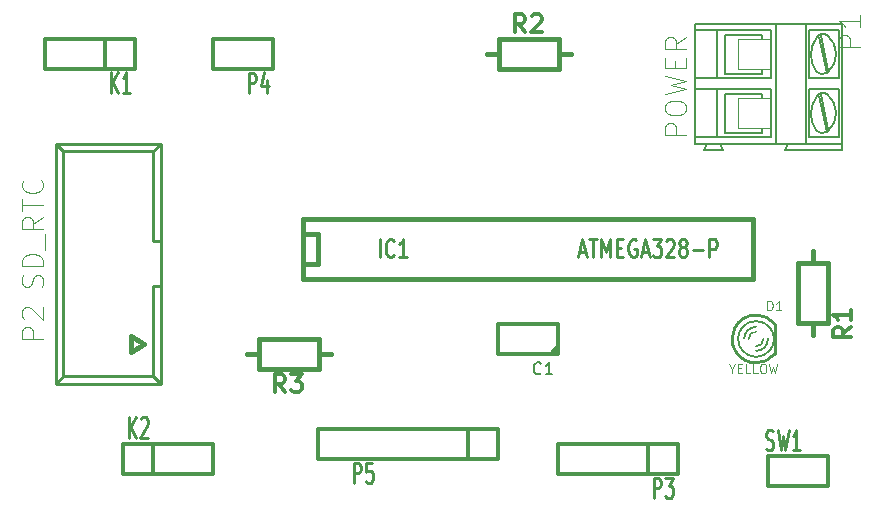
<source format=gto>
%FSLAX46Y46*%
G04 Gerber Fmt 4.6, Leading zero omitted, Abs format (unit mm)*
G04 Created by KiCad (PCBNEW (2014-07-02 BZR 4969)-product) date sáb 05 jul 2014 16:40:05 ART*
%MOMM*%
G01*
G04 APERTURE LIST*
%ADD10C,0.100000*%
%ADD11C,0.304800*%
%ADD12C,0.254000*%
%ADD13C,0.152400*%
%ADD14C,0.381000*%
%ADD15C,0.066040*%
%ADD16C,0.406400*%
%ADD17C,0.203200*%
%ADD18C,0.088900*%
%ADD19C,0.285750*%
%ADD20C,0.269240*%
%ADD21C,0.271780*%
G04 APERTURE END LIST*
D10*
D11*
X149809199Y-133349999D02*
X144779999Y-133349999D01*
X144779999Y-133349999D02*
X144779999Y-130809999D01*
X144779999Y-130809999D02*
X149859999Y-130809999D01*
X149859999Y-130809999D02*
X149859999Y-133349999D01*
X149859999Y-132714999D02*
X149224999Y-133349999D01*
D12*
X168198799Y-133349999D02*
X168198799Y-130809999D01*
D13*
X165453135Y-131104472D02*
G75*
G03X165099999Y-132079999I1170864J-975527D01*
G74*
G01*
X165101888Y-132080468D02*
G75*
G03X165486079Y-133090919I1522111J469D01*
G74*
G01*
X168146146Y-132079965D02*
G75*
G03X167779699Y-131089399I-1522147J-34D01*
G74*
G01*
X167794863Y-133055526D02*
G75*
G03X168147999Y-132079999I-1170864J975527D01*
G74*
G01*
X167863165Y-131192844D02*
G75*
G03X166623999Y-130555999I-1239166J-887155D01*
G74*
G01*
X166623198Y-130555999D02*
G75*
G03X165404799Y-131165599I801J-1524000D01*
G74*
G01*
X166624441Y-133602205D02*
G75*
G03X167825419Y-133014719I-442J1522206D01*
G74*
G01*
X165421435Y-133016170D02*
G75*
G03X166623999Y-133603999I1202564J936171D01*
G74*
G01*
X166623999Y-131444999D02*
G75*
G03X165988999Y-132079999I0J-635000D01*
G74*
G01*
X166623999Y-131063999D02*
G75*
G03X165607999Y-132079999I0J-1016000D01*
G74*
G01*
X166623999Y-132714999D02*
G75*
G03X167258999Y-132079999I0J635000D01*
G74*
G01*
X166623999Y-133095999D02*
G75*
G03X167639999Y-132079999I0J1016000D01*
G74*
G01*
D12*
X168182879Y-130776573D02*
G75*
G03X166623999Y-130047999I-1558880J-1303426D01*
G74*
G01*
X166623024Y-130050539D02*
G75*
G03X164833299Y-131124959I975J-2029460D01*
G74*
G01*
X166626551Y-134109385D02*
G75*
G03X168173399Y-133390639I-2552J2029386D01*
G74*
G01*
X164860700Y-133089850D02*
G75*
G03X166623999Y-134111999I1763299J1009851D01*
G74*
G01*
X164834869Y-131116652D02*
G75*
G03X164591999Y-132079999I1789130J-963347D01*
G74*
G01*
X164593076Y-132080099D02*
G75*
G03X164894259Y-133144259I2030923J100D01*
G74*
G01*
D14*
X128269999Y-121919999D02*
X166369999Y-121919999D01*
X166369999Y-121919999D02*
X166369999Y-126999999D01*
X166369999Y-126999999D02*
X128269999Y-126999999D01*
X128269999Y-126999999D02*
X128269999Y-121919999D01*
X128269999Y-123189999D02*
X129539999Y-123189999D01*
X129539999Y-123189999D02*
X129539999Y-125729999D01*
X129539999Y-125729999D02*
X128269999Y-125729999D01*
D11*
X114045999Y-106679999D02*
X114045999Y-109219999D01*
X114045999Y-109219999D02*
X106425999Y-109219999D01*
X106425999Y-109219999D02*
X106425999Y-106679999D01*
X106425999Y-106679999D02*
X114045999Y-106679999D01*
X111505999Y-109219999D02*
X111505999Y-106679999D01*
X113029999Y-143509999D02*
X113029999Y-140969999D01*
X113029999Y-140969999D02*
X120649999Y-140969999D01*
X120649999Y-140969999D02*
X120649999Y-143509999D01*
X120649999Y-143509999D02*
X113029999Y-143509999D01*
X115569999Y-140969999D02*
X115569999Y-143509999D01*
D15*
X165099999Y-106705399D02*
X165099999Y-109245399D01*
X165099999Y-109245399D02*
X167893999Y-109245399D01*
X167893999Y-106705399D02*
X167893999Y-109245399D01*
X165099999Y-106705399D02*
X167893999Y-106705399D01*
X165099999Y-111709199D02*
X165099999Y-114249199D01*
X165099999Y-114249199D02*
X167893999Y-114249199D01*
X167893999Y-111709199D02*
X167893999Y-114249199D01*
X165099999Y-111709199D02*
X167893999Y-111709199D01*
D13*
X173862999Y-115569999D02*
X170814999Y-115569999D01*
X173862999Y-115569999D02*
X173862999Y-105409999D01*
X173862999Y-115569999D02*
X173862999Y-116077999D01*
X173862999Y-116077999D02*
X169036999Y-116077999D01*
X169036999Y-116077999D02*
X169290999Y-115569999D01*
X162178999Y-116077999D02*
X162432999Y-115569999D01*
X162432999Y-115569999D02*
X161416999Y-115569999D01*
X163829999Y-116077999D02*
X163575999Y-115569999D01*
X163575999Y-115569999D02*
X162432999Y-115569999D01*
X163829999Y-116077999D02*
X162178999Y-116077999D01*
X161416999Y-110947199D02*
X163321999Y-110947199D01*
X167893999Y-115011199D02*
X163321999Y-115011199D01*
X161416999Y-110947199D02*
X161416999Y-115011199D01*
X161416999Y-115011199D02*
X161416999Y-115569999D01*
X161416999Y-110007399D02*
X163321999Y-110007399D01*
X161416999Y-110007399D02*
X161416999Y-110947199D01*
X167893999Y-105943399D02*
X163321999Y-105943399D01*
X161416999Y-105409999D02*
X161416999Y-105943399D01*
X161416999Y-105943399D02*
X161416999Y-110007399D01*
X163321999Y-110947199D02*
X163321999Y-115011199D01*
X163321999Y-110947199D02*
X167893999Y-110947199D01*
X163321999Y-115011199D02*
X161416999Y-115011199D01*
X163321999Y-110007399D02*
X163321999Y-105943399D01*
X163321999Y-110007399D02*
X167893999Y-110007399D01*
X163321999Y-105943399D02*
X161416999Y-105943399D01*
X163956999Y-114630199D02*
X167131999Y-114630199D01*
X163956999Y-114630199D02*
X163956999Y-111328199D01*
X163956999Y-111328199D02*
X167131999Y-111328199D01*
X163956999Y-109626399D02*
X167131999Y-109626399D01*
X163956999Y-109626399D02*
X163956999Y-106324399D01*
X163956999Y-106324399D02*
X167131999Y-106324399D01*
X167131999Y-106324399D02*
X167131999Y-106705399D01*
X167131999Y-109626399D02*
X167131999Y-109245399D01*
X167131999Y-111328199D02*
X167131999Y-111709199D01*
X167131999Y-114630199D02*
X167131999Y-114249199D01*
X161416999Y-105409999D02*
X168274999Y-105409999D01*
X168274999Y-105409999D02*
X170814999Y-105409999D01*
X169290999Y-115569999D02*
X168274999Y-115569999D01*
X168274999Y-115569999D02*
X163575999Y-115569999D01*
X170814999Y-105409999D02*
X170814999Y-115569999D01*
X170814999Y-105409999D02*
X173862999Y-105409999D01*
X170814999Y-115569999D02*
X169290999Y-115569999D01*
X171068999Y-110947199D02*
X173608999Y-110947199D01*
X173608999Y-110947199D02*
X173608999Y-115011199D01*
X173608999Y-115011199D02*
X171068999Y-115011199D01*
X171068999Y-115011199D02*
X171068999Y-110947199D01*
X171068999Y-110007399D02*
X173608999Y-110007399D01*
X171068999Y-110007399D02*
X171068999Y-105943399D01*
X171068999Y-105943399D02*
X173608999Y-105943399D01*
X173608999Y-110007399D02*
X173608999Y-105943399D01*
X172084999Y-111353599D02*
X172719999Y-114401599D01*
X171957999Y-111480599D02*
X172592999Y-114528599D01*
X172084999Y-106349799D02*
X172719999Y-109400339D01*
X171957999Y-106476799D02*
X172592999Y-109524799D01*
X167893999Y-105943399D02*
X167893999Y-106324399D01*
X167893999Y-110007399D02*
X167893999Y-109626399D01*
X167893999Y-109626399D02*
X167893999Y-106324399D01*
X168274999Y-105409999D02*
X168274999Y-106324399D01*
X168274999Y-106324399D02*
X168274999Y-109626399D01*
X168274999Y-109626399D02*
X168274999Y-111328199D01*
X168274999Y-115569999D02*
X168274999Y-114630199D01*
X168274999Y-114630199D02*
X168274999Y-111328199D01*
X167893999Y-115011199D02*
X167893999Y-114630199D01*
X167893999Y-110947199D02*
X167893999Y-111328199D01*
X167893999Y-111328199D02*
X167893999Y-114630199D01*
X171725429Y-114447971D02*
G75*
G03X172692059Y-114500659I509430J452772D01*
G74*
G01*
X171805103Y-111505271D02*
G75*
G03X171757339Y-114493039I1905496J-1524728D01*
G74*
G01*
X172696843Y-114504410D02*
G75*
G03X172643799Y-111353599I-1348444J1553151D01*
G74*
G01*
X172693480Y-111404902D02*
G75*
G03X171767499Y-111546639I-407821J-431297D01*
G74*
G01*
X171722889Y-109444148D02*
G75*
G03X172692059Y-109499399I511970J452749D01*
G74*
G01*
X171805103Y-106504011D02*
G75*
G03X171757339Y-109491779I1905496J-1524728D01*
G74*
G01*
X172701846Y-109506572D02*
G75*
G03X172643799Y-106349799I-1353447J1554033D01*
G74*
G01*
X172691018Y-106400479D02*
G75*
G03X171767499Y-106545379I-405359J-431920D01*
G74*
G01*
D12*
X107949999Y-135254999D02*
X107314999Y-135889999D01*
X115569999Y-135254999D02*
X116204999Y-135889999D01*
X115569999Y-116204999D02*
X116204999Y-115569999D01*
X107949999Y-116204999D02*
X107314999Y-115569999D01*
X116204999Y-123824999D02*
X115569999Y-123824999D01*
X115569999Y-123824999D02*
X115569999Y-116204999D01*
X115569999Y-116204999D02*
X107949999Y-116204999D01*
X107949999Y-116204999D02*
X107949999Y-135254999D01*
X107949999Y-135254999D02*
X115569999Y-135254999D01*
X115569999Y-135254999D02*
X115569999Y-127634999D01*
X115569999Y-127634999D02*
X116204999Y-127634999D01*
X116204999Y-135889999D02*
X116204999Y-115569999D01*
X107314999Y-115569999D02*
X107314999Y-135889999D01*
X107314999Y-135889999D02*
X116204999Y-135889999D01*
X107314999Y-115569999D02*
X116204999Y-115569999D01*
D16*
X113728499Y-133228079D02*
X114797839Y-132529579D01*
X114797839Y-132529579D02*
X113728499Y-131828539D01*
X113728499Y-131828539D02*
X113728499Y-133228079D01*
D11*
X160019999Y-143509999D02*
X160019999Y-143509999D01*
X160019999Y-140969999D02*
X160019999Y-143509999D01*
X160019999Y-143509999D02*
X160019999Y-143509999D01*
X160019999Y-143509999D02*
X149859999Y-143509999D01*
X149859999Y-143509999D02*
X149859999Y-140969999D01*
X149859999Y-140969999D02*
X160019999Y-140969999D01*
X157479999Y-140969999D02*
X157479999Y-143509999D01*
X125729999Y-106679999D02*
X125729999Y-109219999D01*
X125729999Y-109219999D02*
X120649999Y-109219999D01*
X120649999Y-109219999D02*
X120649999Y-106679999D01*
X120649999Y-106679999D02*
X125729999Y-106679999D01*
X144779999Y-139699999D02*
X144779999Y-142239999D01*
X144779999Y-142239999D02*
X129539999Y-142239999D01*
X129539999Y-142239999D02*
X129539999Y-139699999D01*
X129539999Y-139699999D02*
X144779999Y-139699999D01*
X142239999Y-139699999D02*
X142239999Y-142239999D01*
D14*
X171449999Y-130731259D02*
X171449999Y-131747259D01*
X171449999Y-125651259D02*
X171449999Y-124635259D01*
X170179999Y-130731259D02*
X170179999Y-125651259D01*
X170179999Y-125651259D02*
X172719999Y-125651259D01*
X172719999Y-125651259D02*
X172719999Y-130731259D01*
X172719999Y-130731259D02*
X170179999Y-130731259D01*
X144858739Y-107949999D02*
X143842739Y-107949999D01*
X149938739Y-107949999D02*
X150954739Y-107949999D01*
X144858739Y-106679999D02*
X149938739Y-106679999D01*
X149938739Y-106679999D02*
X149938739Y-109219999D01*
X149938739Y-109219999D02*
X144858739Y-109219999D01*
X144858739Y-109219999D02*
X144858739Y-106679999D01*
X124538739Y-133349999D02*
X123522739Y-133349999D01*
X129618739Y-133349999D02*
X130634739Y-133349999D01*
X124538739Y-132079999D02*
X129618739Y-132079999D01*
X129618739Y-132079999D02*
X129618739Y-134619999D01*
X129618739Y-134619999D02*
X124538739Y-134619999D01*
X124538739Y-134619999D02*
X124538739Y-132079999D01*
D11*
X167639999Y-144525999D02*
X167639999Y-141985999D01*
X167639999Y-141985999D02*
X172719999Y-141985999D01*
X172719999Y-141985999D02*
X172719999Y-144525999D01*
X172719999Y-144525999D02*
X167639999Y-144525999D01*
D17*
X148420666Y-134982856D02*
X148372285Y-135031237D01*
X148227142Y-135079618D01*
X148130380Y-135079618D01*
X147985238Y-135031237D01*
X147888476Y-134934475D01*
X147840095Y-134837713D01*
X147791714Y-134644189D01*
X147791714Y-134499047D01*
X147840095Y-134305523D01*
X147888476Y-134208761D01*
X147985238Y-134111999D01*
X148130380Y-134063618D01*
X148227142Y-134063618D01*
X148372285Y-134111999D01*
X148420666Y-134160380D01*
X149388285Y-135079618D02*
X148807714Y-135079618D01*
X149098000Y-135079618D02*
X149098000Y-134063618D01*
X149001238Y-134208761D01*
X148904476Y-134305523D01*
X148807714Y-134353904D01*
D18*
X167585571Y-129630713D02*
X167585571Y-128868713D01*
X167766999Y-128868713D01*
X167875856Y-128904999D01*
X167948428Y-128977570D01*
X167984713Y-129050142D01*
X168020999Y-129195285D01*
X168020999Y-129304142D01*
X167984713Y-129449285D01*
X167948428Y-129521856D01*
X167875856Y-129594428D01*
X167766999Y-129630713D01*
X167585571Y-129630713D01*
X168746713Y-129630713D02*
X168311285Y-129630713D01*
X168528999Y-129630713D02*
X168528999Y-128868713D01*
X168456428Y-128977570D01*
X168383856Y-129050142D01*
X168311285Y-129086428D01*
X164573856Y-134601856D02*
X164573856Y-134964713D01*
X164319856Y-134202713D02*
X164573856Y-134601856D01*
X164827856Y-134202713D01*
X165081857Y-134565570D02*
X165335857Y-134565570D01*
X165444714Y-134964713D02*
X165081857Y-134964713D01*
X165081857Y-134202713D01*
X165444714Y-134202713D01*
X166134143Y-134964713D02*
X165771286Y-134964713D01*
X165771286Y-134202713D01*
X166751000Y-134964713D02*
X166388143Y-134964713D01*
X166388143Y-134202713D01*
X167150142Y-134202713D02*
X167295285Y-134202713D01*
X167367857Y-134238999D01*
X167440428Y-134311570D01*
X167476714Y-134456713D01*
X167476714Y-134710713D01*
X167440428Y-134855856D01*
X167367857Y-134928428D01*
X167295285Y-134964713D01*
X167150142Y-134964713D01*
X167077571Y-134928428D01*
X167005000Y-134855856D01*
X166968714Y-134710713D01*
X166968714Y-134456713D01*
X167005000Y-134311570D01*
X167077571Y-134238999D01*
X167150142Y-134202713D01*
X167730714Y-134202713D02*
X167912143Y-134964713D01*
X168057286Y-134420428D01*
X168202428Y-134964713D01*
X168383857Y-134202713D01*
D19*
X134774214Y-125149428D02*
X134774214Y-123625428D01*
X135971643Y-125004285D02*
X135917214Y-125076856D01*
X135753928Y-125149428D01*
X135645071Y-125149428D01*
X135481786Y-125076856D01*
X135372928Y-124931713D01*
X135318500Y-124786570D01*
X135264071Y-124496285D01*
X135264071Y-124278570D01*
X135318500Y-123988285D01*
X135372928Y-123843142D01*
X135481786Y-123697999D01*
X135645071Y-123625428D01*
X135753928Y-123625428D01*
X135917214Y-123697999D01*
X135971643Y-123770570D01*
X137060214Y-125149428D02*
X136407071Y-125149428D01*
X136733643Y-125149428D02*
X136733643Y-123625428D01*
X136624786Y-123843142D01*
X136515928Y-123988285D01*
X136407071Y-124060856D01*
D11*
D19*
X151628928Y-124713999D02*
X152173214Y-124713999D01*
X151520071Y-125149428D02*
X151901071Y-123625428D01*
X152282071Y-125149428D01*
X152499785Y-123625428D02*
X153152928Y-123625428D01*
X152826357Y-125149428D02*
X152826357Y-123625428D01*
X153533928Y-125149428D02*
X153533928Y-123625428D01*
X153914928Y-124713999D01*
X154295928Y-123625428D01*
X154295928Y-125149428D01*
X154840214Y-124351142D02*
X155221214Y-124351142D01*
X155384500Y-125149428D02*
X154840214Y-125149428D01*
X154840214Y-123625428D01*
X155384500Y-123625428D01*
X156473071Y-123697999D02*
X156364214Y-123625428D01*
X156200928Y-123625428D01*
X156037643Y-123697999D01*
X155928785Y-123843142D01*
X155874357Y-123988285D01*
X155819928Y-124278570D01*
X155819928Y-124496285D01*
X155874357Y-124786570D01*
X155928785Y-124931713D01*
X156037643Y-125076856D01*
X156200928Y-125149428D01*
X156309785Y-125149428D01*
X156473071Y-125076856D01*
X156527500Y-125004285D01*
X156527500Y-124496285D01*
X156309785Y-124496285D01*
X156962928Y-124713999D02*
X157507214Y-124713999D01*
X156854071Y-125149428D02*
X157235071Y-123625428D01*
X157616071Y-125149428D01*
X157888214Y-123625428D02*
X158595785Y-123625428D01*
X158214785Y-124205999D01*
X158378071Y-124205999D01*
X158486928Y-124278570D01*
X158541357Y-124351142D01*
X158595785Y-124496285D01*
X158595785Y-124859142D01*
X158541357Y-125004285D01*
X158486928Y-125076856D01*
X158378071Y-125149428D01*
X158051499Y-125149428D01*
X157942642Y-125076856D01*
X157888214Y-125004285D01*
X159031213Y-123770570D02*
X159085642Y-123697999D01*
X159194499Y-123625428D01*
X159466642Y-123625428D01*
X159575499Y-123697999D01*
X159629928Y-123770570D01*
X159684356Y-123915713D01*
X159684356Y-124060856D01*
X159629928Y-124278570D01*
X158976785Y-125149428D01*
X159684356Y-125149428D01*
X160337499Y-124278570D02*
X160228641Y-124205999D01*
X160174213Y-124133428D01*
X160119784Y-123988285D01*
X160119784Y-123915713D01*
X160174213Y-123770570D01*
X160228641Y-123697999D01*
X160337499Y-123625428D01*
X160555213Y-123625428D01*
X160664070Y-123697999D01*
X160718499Y-123770570D01*
X160772927Y-123915713D01*
X160772927Y-123988285D01*
X160718499Y-124133428D01*
X160664070Y-124205999D01*
X160555213Y-124278570D01*
X160337499Y-124278570D01*
X160228641Y-124351142D01*
X160174213Y-124423713D01*
X160119784Y-124568856D01*
X160119784Y-124859142D01*
X160174213Y-125004285D01*
X160228641Y-125076856D01*
X160337499Y-125149428D01*
X160555213Y-125149428D01*
X160664070Y-125076856D01*
X160718499Y-125004285D01*
X160772927Y-124859142D01*
X160772927Y-124568856D01*
X160718499Y-124423713D01*
X160664070Y-124351142D01*
X160555213Y-124278570D01*
X161262784Y-124568856D02*
X162133641Y-124568856D01*
X162677927Y-125149428D02*
X162677927Y-123625428D01*
X163113355Y-123625428D01*
X163222213Y-123697999D01*
X163276641Y-123770570D01*
X163331070Y-123915713D01*
X163331070Y-124133428D01*
X163276641Y-124278570D01*
X163222213Y-124351142D01*
X163113355Y-124423713D01*
X162677927Y-124423713D01*
D11*
D20*
X111981100Y-111300078D02*
X111981100Y-109509378D01*
X112596506Y-111300078D02*
X112134951Y-110276820D01*
X112596506Y-109509378D02*
X111981100Y-110532635D01*
X113622182Y-111300078D02*
X113006776Y-111300078D01*
X113314479Y-111300078D02*
X113314479Y-109509378D01*
X113211911Y-109765192D01*
X113109344Y-109935735D01*
X113006776Y-110021006D01*
D11*
D20*
X113505100Y-140510078D02*
X113505100Y-138719378D01*
X114120506Y-140510078D02*
X113658951Y-139486820D01*
X114120506Y-138719378D02*
X113505100Y-139742635D01*
X114530776Y-138889920D02*
X114582060Y-138804649D01*
X114684628Y-138719378D01*
X114941047Y-138719378D01*
X115043614Y-138804649D01*
X115094898Y-138889920D01*
X115146182Y-139060463D01*
X115146182Y-139231006D01*
X115094898Y-139486820D01*
X114479492Y-140510078D01*
X115146182Y-140510078D01*
D11*
D18*
X175429332Y-107357332D02*
X173651332Y-107357332D01*
X173651332Y-106679998D01*
X173735999Y-106510665D01*
X173820666Y-106425998D01*
X173989999Y-106341332D01*
X174243999Y-106341332D01*
X174413332Y-106425998D01*
X174497999Y-106510665D01*
X174582666Y-106679998D01*
X174582666Y-107357332D01*
X175429332Y-104647998D02*
X175429332Y-105663998D01*
X175429332Y-105155998D02*
X173651332Y-105155998D01*
X173905332Y-105325332D01*
X174074666Y-105494665D01*
X174159332Y-105663998D01*
X160697332Y-114850333D02*
X158919332Y-114850333D01*
X158919332Y-114172999D01*
X159003999Y-114003666D01*
X159088666Y-113918999D01*
X159257999Y-113834333D01*
X159511999Y-113834333D01*
X159681332Y-113918999D01*
X159765999Y-114003666D01*
X159850666Y-114172999D01*
X159850666Y-114850333D01*
X158919332Y-112733666D02*
X158919332Y-112394999D01*
X159003999Y-112225666D01*
X159173332Y-112056333D01*
X159511999Y-111971666D01*
X160104666Y-111971666D01*
X160443332Y-112056333D01*
X160612666Y-112225666D01*
X160697332Y-112394999D01*
X160697332Y-112733666D01*
X160612666Y-112902999D01*
X160443332Y-113072333D01*
X160104666Y-113156999D01*
X159511999Y-113156999D01*
X159173332Y-113072333D01*
X159003999Y-112902999D01*
X158919332Y-112733666D01*
X158919332Y-111378999D02*
X160697332Y-110955666D01*
X159427332Y-110616999D01*
X160697332Y-110278332D01*
X158919332Y-109854999D01*
X159765999Y-109177666D02*
X159765999Y-108584999D01*
X160697332Y-108330999D02*
X160697332Y-109177666D01*
X158919332Y-109177666D01*
X158919332Y-108330999D01*
X160697332Y-106552999D02*
X159850666Y-107145665D01*
X160697332Y-107568999D02*
X158919332Y-107568999D01*
X158919332Y-106891665D01*
X159003999Y-106722332D01*
X159088666Y-106637665D01*
X159257999Y-106552999D01*
X159511999Y-106552999D01*
X159681332Y-106637665D01*
X159765999Y-106722332D01*
X159850666Y-106891665D01*
X159850666Y-107568999D01*
X106214332Y-132122332D02*
X104436332Y-132122332D01*
X104436332Y-131444998D01*
X104520999Y-131275665D01*
X104605666Y-131190998D01*
X104774999Y-131106332D01*
X105028999Y-131106332D01*
X105198332Y-131190998D01*
X105282999Y-131275665D01*
X105367666Y-131444998D01*
X105367666Y-132122332D01*
X104605666Y-130428998D02*
X104520999Y-130344332D01*
X104436332Y-130174998D01*
X104436332Y-129751665D01*
X104520999Y-129582332D01*
X104605666Y-129497665D01*
X104774999Y-129412998D01*
X104944332Y-129412998D01*
X105198332Y-129497665D01*
X106214332Y-130513665D01*
X106214332Y-129412998D01*
X106129666Y-127719665D02*
X106214332Y-127465665D01*
X106214332Y-127042332D01*
X106129666Y-126872999D01*
X106044999Y-126788332D01*
X105875666Y-126703665D01*
X105706332Y-126703665D01*
X105536999Y-126788332D01*
X105452332Y-126872999D01*
X105367666Y-127042332D01*
X105282999Y-127380999D01*
X105198332Y-127550332D01*
X105113666Y-127634999D01*
X104944332Y-127719665D01*
X104774999Y-127719665D01*
X104605666Y-127634999D01*
X104520999Y-127550332D01*
X104436332Y-127380999D01*
X104436332Y-126957665D01*
X104520999Y-126703665D01*
X106214332Y-125941666D02*
X104436332Y-125941666D01*
X104436332Y-125518332D01*
X104520999Y-125264332D01*
X104690332Y-125094999D01*
X104859666Y-125010332D01*
X105198332Y-124925666D01*
X105452332Y-124925666D01*
X105790999Y-125010332D01*
X105960332Y-125094999D01*
X106129666Y-125264332D01*
X106214332Y-125518332D01*
X106214332Y-125941666D01*
X106383666Y-124586999D02*
X106383666Y-123232332D01*
X106214332Y-121792999D02*
X105367666Y-122385665D01*
X106214332Y-122808999D02*
X104436332Y-122808999D01*
X104436332Y-122131665D01*
X104520999Y-121962332D01*
X104605666Y-121877665D01*
X104774999Y-121792999D01*
X105028999Y-121792999D01*
X105198332Y-121877665D01*
X105282999Y-121962332D01*
X105367666Y-122131665D01*
X105367666Y-122808999D01*
X104436332Y-121284999D02*
X104436332Y-120268999D01*
X106214332Y-120776999D02*
X104436332Y-120776999D01*
X106044999Y-118660332D02*
X106129666Y-118744998D01*
X106214332Y-118998998D01*
X106214332Y-119168332D01*
X106129666Y-119422332D01*
X105960332Y-119591665D01*
X105790999Y-119676332D01*
X105452332Y-119760998D01*
X105198332Y-119760998D01*
X104859666Y-119676332D01*
X104690332Y-119591665D01*
X104520999Y-119422332D01*
X104436332Y-119168332D01*
X104436332Y-118998998D01*
X104520999Y-118744998D01*
X104605666Y-118660332D01*
D21*
X157947601Y-145564799D02*
X157947601Y-143829979D01*
X158361742Y-143829979D01*
X158465277Y-143912589D01*
X158517045Y-143995199D01*
X158568813Y-144160420D01*
X158568813Y-144408252D01*
X158517045Y-144573473D01*
X158465277Y-144656083D01*
X158361742Y-144738694D01*
X157947601Y-144738694D01*
X158931186Y-143829979D02*
X159604165Y-143829979D01*
X159241792Y-144490862D01*
X159397094Y-144490862D01*
X159500630Y-144573473D01*
X159552397Y-144656083D01*
X159604165Y-144821304D01*
X159604165Y-145234357D01*
X159552397Y-145399578D01*
X159500630Y-145482188D01*
X159397094Y-145564799D01*
X159086489Y-145564799D01*
X158982953Y-145482188D01*
X158931186Y-145399578D01*
D11*
D21*
X123657601Y-111272500D02*
X123657601Y-109542760D01*
X124071742Y-109542760D01*
X124175277Y-109625129D01*
X124227045Y-109707498D01*
X124278813Y-109872235D01*
X124278813Y-110119340D01*
X124227045Y-110284078D01*
X124175277Y-110366446D01*
X124071742Y-110448815D01*
X123657601Y-110448815D01*
X125210630Y-110119340D02*
X125210630Y-111272500D01*
X124951792Y-109460392D02*
X124692953Y-110695920D01*
X125365933Y-110695920D01*
D11*
D21*
X132547601Y-144292500D02*
X132547601Y-142562760D01*
X132961742Y-142562760D01*
X133065277Y-142645129D01*
X133117045Y-142727498D01*
X133168813Y-142892235D01*
X133168813Y-143139340D01*
X133117045Y-143304078D01*
X133065277Y-143386446D01*
X132961742Y-143468815D01*
X132547601Y-143468815D01*
X134152397Y-142562760D02*
X133634721Y-142562760D01*
X133582953Y-143386446D01*
X133634721Y-143304078D01*
X133738256Y-143221709D01*
X133997094Y-143221709D01*
X134100630Y-143304078D01*
X134152397Y-143386446D01*
X134204165Y-143551183D01*
X134204165Y-143963026D01*
X134152397Y-144127763D01*
X134100630Y-144210132D01*
X133997094Y-144292500D01*
X133738256Y-144292500D01*
X133634721Y-144210132D01*
X133582953Y-144127763D01*
D11*
X174679428Y-131063999D02*
X173953713Y-131571999D01*
X174679428Y-131934856D02*
X173155428Y-131934856D01*
X173155428Y-131354284D01*
X173227999Y-131209142D01*
X173300570Y-131136570D01*
X173445713Y-131063999D01*
X173663428Y-131063999D01*
X173808570Y-131136570D01*
X173881142Y-131209142D01*
X173953713Y-131354284D01*
X173953713Y-131934856D01*
X174679428Y-129612570D02*
X174679428Y-130483427D01*
X174679428Y-130047999D02*
X173155428Y-130047999D01*
X173373142Y-130193142D01*
X173518285Y-130338284D01*
X173590856Y-130483427D01*
X147065999Y-106099428D02*
X146557999Y-105373713D01*
X146195142Y-106099428D02*
X146195142Y-104575428D01*
X146775714Y-104575428D01*
X146920856Y-104647999D01*
X146993428Y-104720570D01*
X147065999Y-104865713D01*
X147065999Y-105083428D01*
X146993428Y-105228570D01*
X146920856Y-105301142D01*
X146775714Y-105373713D01*
X146195142Y-105373713D01*
X147646571Y-104720570D02*
X147719142Y-104647999D01*
X147864285Y-104575428D01*
X148227142Y-104575428D01*
X148372285Y-104647999D01*
X148444856Y-104720570D01*
X148517428Y-104865713D01*
X148517428Y-105010856D01*
X148444856Y-105228570D01*
X147573999Y-106099428D01*
X148517428Y-106099428D01*
X126745999Y-136579428D02*
X126237999Y-135853713D01*
X125875142Y-136579428D02*
X125875142Y-135055428D01*
X126455714Y-135055428D01*
X126600856Y-135127999D01*
X126673428Y-135200570D01*
X126745999Y-135345713D01*
X126745999Y-135563428D01*
X126673428Y-135708570D01*
X126600856Y-135781142D01*
X126455714Y-135853713D01*
X125875142Y-135853713D01*
X127253999Y-135055428D02*
X128197428Y-135055428D01*
X127689428Y-135635999D01*
X127907142Y-135635999D01*
X128052285Y-135708570D01*
X128124856Y-135781142D01*
X128197428Y-135926285D01*
X128197428Y-136289142D01*
X128124856Y-136434285D01*
X128052285Y-136506856D01*
X127907142Y-136579428D01*
X127471714Y-136579428D01*
X127326571Y-136506856D01*
X127253999Y-136434285D01*
D21*
X167460506Y-141416132D02*
X167615809Y-141498500D01*
X167874647Y-141498500D01*
X167978183Y-141416132D01*
X168029950Y-141333763D01*
X168081718Y-141169026D01*
X168081718Y-141004289D01*
X168029950Y-140839552D01*
X167978183Y-140757183D01*
X167874647Y-140674815D01*
X167667577Y-140592446D01*
X167564042Y-140510078D01*
X167512274Y-140427709D01*
X167460506Y-140262972D01*
X167460506Y-140098235D01*
X167512274Y-139933498D01*
X167564042Y-139851129D01*
X167667577Y-139768760D01*
X167926415Y-139768760D01*
X168081718Y-139851129D01*
X168444091Y-139768760D02*
X168702929Y-141498500D01*
X168909999Y-140262972D01*
X169117070Y-141498500D01*
X169375908Y-139768760D01*
X170359493Y-141498500D02*
X169738281Y-141498500D01*
X170048887Y-141498500D02*
X170048887Y-139768760D01*
X169945352Y-140015866D01*
X169841817Y-140180603D01*
X169738281Y-140262972D01*
D11*
M02*

</source>
